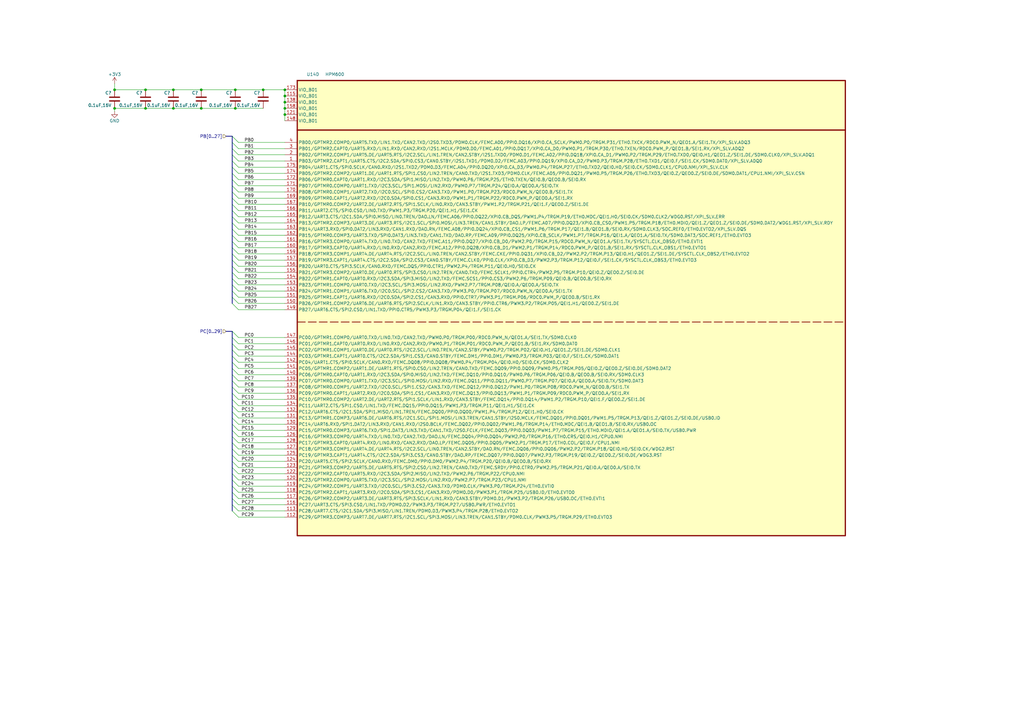
<source format=kicad_sch>
(kicad_sch (version 20230121) (generator eeschema)
  (paper "A3")
  (title_block (title "HPM6P00EVKRevB") (date "2024-10-13") (rev "RevB") (comment 1 "MCU_PB&PC"))
  (junction (at 116.84 44.45))
  (junction (at 116.84 39.37))
  (junction (at 107.95 36.83))
  (junction (at 82.55 36.83))
  (junction (at 59.69 36.83))
  (junction (at 96.52 36.83))
  (junction (at 71.12 36.83))
  (junction (at 46.99 44.45))
  (junction (at 116.84 36.83))
  (junction (at 116.84 41.91))
  (junction (at 116.84 46.99))
  (junction (at 96.52 44.45))
  (junction (at 59.69 44.45))
  (junction (at 82.55 44.45))
  (junction (at 71.12 44.45))
  (junction (at 46.99 36.83))
  (bus_entry (at 95.25 153.67) (size 2.54 2.54))
  (bus_entry (at 95.25 121.92) (size 2.54 2.54))
  (bus_entry (at 95.25 88.9) (size 2.54 2.54))
  (bus_entry (at 95.25 143.51) (size 2.54 2.54))
  (bus_entry (at 95.25 111.76) (size 2.54 2.54))
  (bus_entry (at 95.25 196.85) (size 2.54 2.54))
  (bus_entry (at 95.25 138.43) (size 2.54 2.54))
  (bus_entry (at 95.25 189.23) (size 2.54 2.54))
  (bus_entry (at 95.25 140.97) (size 2.54 2.54))
  (bus_entry (at 95.25 163.83) (size 2.54 2.54))
  (bus_entry (at 95.25 184.15) (size 2.54 2.54))
  (bus_entry (at 95.25 156.21) (size 2.54 2.54))
  (bus_entry (at 95.25 96.52) (size 2.54 2.54))
  (bus_entry (at 95.25 135.89) (size 2.54 2.54))
  (bus_entry (at 95.25 191.77) (size 2.54 2.54))
  (bus_entry (at 95.25 66.04) (size 2.54 2.54))
  (bus_entry (at 95.25 104.14) (size 2.54 2.54))
  (bus_entry (at 95.25 161.29) (size 2.54 2.54))
  (bus_entry (at 95.25 199.39) (size 2.54 2.54))
  (bus_entry (at 95.25 73.66) (size 2.54 2.54))
  (bus_entry (at 95.25 86.36) (size 2.54 2.54))
  (bus_entry (at 95.25 181.61) (size 2.54 2.54))
  (bus_entry (at 95.25 91.44) (size 2.54 2.54))
  (bus_entry (at 95.25 151.13) (size 2.54 2.54))
  (bus_entry (at 95.25 168.91) (size 2.54 2.54))
  (bus_entry (at 95.25 204.47) (size 2.54 2.54))
  (bus_entry (at 95.25 209.55) (size 2.54 2.54))
  (bus_entry (at 95.25 68.58) (size 2.54 2.54))
  (bus_entry (at 95.25 173.99) (size 2.54 2.54))
  (bus_entry (at 95.25 171.45) (size 2.54 2.54))
  (bus_entry (at 95.25 63.5) (size 2.54 2.54))
  (bus_entry (at 95.25 116.84) (size 2.54 2.54))
  (bus_entry (at 95.25 83.82) (size 2.54 2.54))
  (bus_entry (at 95.25 124.46) (size 2.54 2.54))
  (bus_entry (at 95.25 55.88) (size 2.54 2.54))
  (bus_entry (at 95.25 166.37) (size 2.54 2.54))
  (bus_entry (at 95.25 109.22) (size 2.54 2.54))
  (bus_entry (at 95.25 194.31) (size 2.54 2.54))
  (bus_entry (at 95.25 71.12) (size 2.54 2.54))
  (bus_entry (at 95.25 78.74) (size 2.54 2.54))
  (bus_entry (at 95.25 76.2) (size 2.54 2.54))
  (bus_entry (at 95.25 106.68) (size 2.54 2.54))
  (bus_entry (at 95.25 60.96) (size 2.54 2.54))
  (bus_entry (at 95.25 179.07) (size 2.54 2.54))
  (bus_entry (at 95.25 81.28) (size 2.54 2.54))
  (bus_entry (at 95.25 114.3) (size 2.54 2.54))
  (bus_entry (at 95.25 176.53) (size 2.54 2.54))
  (bus_entry (at 95.25 148.59) (size 2.54 2.54))
  (bus_entry (at 95.25 119.38) (size 2.54 2.54))
  (bus_entry (at 95.25 207.01) (size 2.54 2.54))
  (bus_entry (at 95.25 93.98) (size 2.54 2.54))
  (bus_entry (at 95.25 58.42) (size 2.54 2.54))
  (bus_entry (at 95.25 201.93) (size 2.54 2.54))
  (bus_entry (at 95.25 146.05) (size 2.54 2.54))
  (bus_entry (at 95.25 186.69) (size 2.54 2.54))
  (bus_entry (at 95.25 158.75) (size 2.54 2.54))
  (bus_entry (at 95.25 101.6) (size 2.54 2.54))
  (bus_entry (at 95.25 99.06) (size 2.54 2.54))
  (wire (pts (xy 46.99 45.72) (xy 46.99 44.45)))
  (wire (pts (xy 97.79 99.06) (xy 116.84 99.06)))
  (bus (pts (xy 95.25 76.2) (xy 95.25 78.74)))
  (wire (pts (xy 97.79 176.53) (xy 116.84 176.53)))
  (wire (pts (xy 116.84 46.99) (xy 116.84 49.53)))
  (wire (pts (xy 97.79 114.3) (xy 116.84 114.3)))
  (wire (pts (xy 97.79 78.74) (xy 116.84 78.74)))
  (wire (pts (xy 97.79 186.69) (xy 116.84 186.69)))
  (wire (pts (xy 97.79 166.37) (xy 116.84 166.37)))
  (wire (pts (xy 97.79 124.46) (xy 116.84 124.46)))
  (wire (pts (xy 97.79 189.23) (xy 116.84 189.23)))
  (wire (pts (xy 97.79 138.43) (xy 116.84 138.43)))
  (wire (pts (xy 97.79 212.09) (xy 116.84 212.09)))
  (bus (pts (xy 95.25 111.76) (xy 95.25 114.3)))
  (wire (pts (xy 97.79 88.9) (xy 116.84 88.9)))
  (wire (pts (xy 97.79 83.82) (xy 116.84 83.82)))
  (bus (pts (xy 95.25 166.37) (xy 95.25 168.91)))
  (wire (pts (xy 59.69 44.45) (xy 71.12 44.45)))
  (wire (pts (xy 46.99 36.83) (xy 59.69 36.83)))
  (bus (pts (xy 92.71 55.88) (xy 95.25 55.88)))
  (wire (pts (xy 116.84 39.37) (xy 116.84 41.91)))
  (wire (pts (xy 97.79 156.21) (xy 116.84 156.21)))
  (bus (pts (xy 95.25 181.61) (xy 95.25 184.15)))
  (bus (pts (xy 95.25 104.14) (xy 95.25 106.68)))
  (wire (pts (xy 97.79 158.75) (xy 116.84 158.75)))
  (wire (pts (xy 97.79 91.44) (xy 116.84 91.44)))
  (wire (pts (xy 97.79 76.2) (xy 116.84 76.2)))
  (bus (pts (xy 95.25 189.23) (xy 95.25 191.77)))
  (wire (pts (xy 97.79 146.05) (xy 116.84 146.05)))
  (bus (pts (xy 95.25 191.77) (xy 95.25 194.31)))
  (wire (pts (xy 97.79 196.85) (xy 116.84 196.85)))
  (bus (pts (xy 95.25 83.82) (xy 95.25 86.36)))
  (bus (pts (xy 95.25 176.53) (xy 95.25 179.07)))
  (wire (pts (xy 97.79 194.31) (xy 116.84 194.31)))
  (bus (pts (xy 95.25 158.75) (xy 95.25 161.29)))
  (wire (pts (xy 97.79 140.97) (xy 116.84 140.97)))
  (bus (pts (xy 95.25 179.07) (xy 95.25 181.61)))
  (wire (pts (xy 97.79 201.93) (xy 116.84 201.93)))
  (bus (pts (xy 95.25 138.43) (xy 95.25 140.97)))
  (bus (pts (xy 95.25 91.44) (xy 95.25 93.98)))
  (bus (pts (xy 95.25 121.92) (xy 95.25 124.46)))
  (bus (pts (xy 95.25 143.51) (xy 95.25 146.05)))
  (bus (pts (xy 95.25 151.13) (xy 95.25 153.67)))
  (wire (pts (xy 97.79 66.04) (xy 116.84 66.04)))
  (bus (pts (xy 95.25 196.85) (xy 95.25 199.39)))
  (bus (pts (xy 95.25 171.45) (xy 95.25 173.99)))
  (bus (pts (xy 95.25 163.83) (xy 95.25 166.37)))
  (bus (pts (xy 95.25 88.9) (xy 95.25 91.44)))
  (wire (pts (xy 97.79 58.42) (xy 116.84 58.42)))
  (wire (pts (xy 97.79 191.77) (xy 116.84 191.77)))
  (bus (pts (xy 95.25 116.84) (xy 95.25 119.38)))
  (wire (pts (xy 116.84 41.91) (xy 116.84 44.45)))
  (bus (pts (xy 95.25 78.74) (xy 95.25 81.28)))
  (wire (pts (xy 97.79 104.14) (xy 116.84 104.14)))
  (wire (pts (xy 46.99 44.45) (xy 59.69 44.45)))
  (bus (pts (xy 95.25 86.36) (xy 95.25 88.9)))
  (wire (pts (xy 97.79 199.39) (xy 116.84 199.39)))
  (bus (pts (xy 95.25 58.42) (xy 95.25 60.96)))
  (wire (pts (xy 97.79 161.29) (xy 116.84 161.29)))
  (wire (pts (xy 97.79 96.52) (xy 116.84 96.52)))
  (bus (pts (xy 95.25 148.59) (xy 95.25 151.13)))
  (wire (pts (xy 59.69 36.83) (xy 71.12 36.83)))
  (bus (pts (xy 95.25 60.96) (xy 95.25 63.5)))
  (wire (pts (xy 71.12 44.45) (xy 82.55 44.45)))
  (wire (pts (xy 116.84 44.45) (xy 116.84 46.99)))
  (bus (pts (xy 95.25 93.98) (xy 95.25 96.52)))
  (bus (pts (xy 95.25 186.69) (xy 95.25 189.23)))
  (bus (pts (xy 92.71 135.89) (xy 95.25 135.89)))
  (wire (pts (xy 96.52 44.45) (xy 107.95 44.45)))
  (wire (pts (xy 107.95 36.83) (xy 116.84 36.83)))
  (wire (pts (xy 97.79 153.67) (xy 116.84 153.67)))
  (wire (pts (xy 97.79 119.38) (xy 116.84 119.38)))
  (bus (pts (xy 95.25 63.5) (xy 95.25 66.04)))
  (wire (pts (xy 97.79 63.5) (xy 116.84 63.5)))
  (wire (pts (xy 97.79 101.6) (xy 116.84 101.6)))
  (bus (pts (xy 95.25 101.6) (xy 95.25 104.14)))
  (wire (pts (xy 97.79 93.98) (xy 116.84 93.98)))
  (wire (pts (xy 97.79 109.22) (xy 116.84 109.22)))
  (bus (pts (xy 95.25 135.89) (xy 95.25 138.43)))
  (wire (pts (xy 97.79 151.13) (xy 116.84 151.13)))
  (wire (pts (xy 97.79 209.55) (xy 116.84 209.55)))
  (bus (pts (xy 95.25 184.15) (xy 95.25 186.69)))
  (wire (pts (xy 97.79 127) (xy 116.84 127)))
  (bus (pts (xy 95.25 55.88) (xy 95.25 58.42)))
  (wire (pts (xy 97.79 173.99) (xy 116.84 173.99)))
  (wire (pts (xy 97.79 71.12) (xy 116.84 71.12)))
  (bus (pts (xy 95.25 81.28) (xy 95.25 83.82)))
  (wire (pts (xy 97.79 163.83) (xy 116.84 163.83)))
  (wire (pts (xy 97.79 60.96) (xy 116.84 60.96)))
  (wire (pts (xy 97.79 73.66) (xy 116.84 73.66)))
  (wire (pts (xy 116.84 36.83) (xy 116.84 39.37)))
  (wire (pts (xy 97.79 181.61) (xy 116.84 181.61)))
  (wire (pts (xy 96.52 36.83) (xy 107.95 36.83)))
  (bus (pts (xy 95.25 106.68) (xy 95.25 109.22)))
  (wire (pts (xy 97.79 148.59) (xy 116.84 148.59)))
  (wire (pts (xy 97.79 86.36) (xy 116.84 86.36)))
  (bus (pts (xy 95.25 168.91) (xy 95.25 171.45)))
  (bus (pts (xy 95.25 173.99) (xy 95.25 176.53)))
  (bus (pts (xy 95.25 201.93) (xy 95.25 204.47)))
  (bus (pts (xy 95.25 73.66) (xy 95.25 76.2)))
  (bus (pts (xy 95.25 194.31) (xy 95.25 196.85)))
  (bus (pts (xy 95.25 146.05) (xy 95.25 148.59)))
  (wire (pts (xy 97.79 106.68) (xy 116.84 106.68)))
  (wire (pts (xy 97.79 171.45) (xy 116.84 171.45)))
  (wire (pts (xy 71.12 36.83) (xy 82.55 36.83)))
  (wire (pts (xy 97.79 207.01) (xy 116.84 207.01)))
  (bus (pts (xy 95.25 119.38) (xy 95.25 121.92)))
  (wire (pts (xy 46.99 34.29) (xy 46.99 36.83)))
  (bus (pts (xy 95.25 114.3) (xy 95.25 116.84)))
  (wire (pts (xy 97.79 81.28) (xy 116.84 81.28)))
  (bus (pts (xy 95.25 71.12) (xy 95.25 73.66)))
  (wire (pts (xy 82.55 44.45) (xy 96.52 44.45)))
  (wire (pts (xy 97.79 68.58) (xy 116.84 68.58)))
  (wire (pts (xy 97.79 168.91) (xy 116.84 168.91)))
  (bus (pts (xy 95.25 199.39) (xy 95.25 201.93)))
  (wire (pts (xy 97.79 111.76) (xy 116.84 111.76)))
  (bus (pts (xy 95.25 204.47) (xy 95.25 207.01)))
  (wire (pts (xy 97.79 184.15) (xy 116.84 184.15)))
  (wire (pts (xy 97.79 143.51) (xy 116.84 143.51)))
  (bus (pts (xy 95.25 207.01) (xy 95.25 209.55)))
  (bus (pts (xy 95.25 153.67) (xy 95.25 156.21)))
  (bus (pts (xy 95.25 99.06) (xy 95.25 101.6)))
  (bus (pts (xy 95.25 68.58) (xy 95.25 71.12)))
  (bus (pts (xy 95.25 161.29) (xy 95.25 163.83)))
  (bus (pts (xy 95.25 156.21) (xy 95.25 158.75)))
  (bus (pts (xy 95.25 66.04) (xy 95.25 68.58)))
  (bus (pts (xy 95.25 109.22) (xy 95.25 111.76)))
  (wire (pts (xy 97.79 121.92) (xy 116.84 121.92)))
  (wire (pts (xy 97.79 116.84) (xy 116.84 116.84)))
  (bus (pts (xy 95.25 96.52) (xy 95.25 99.06)))
  (wire (pts (xy 82.55 36.83) (xy 96.52 36.83)))
  (bus (pts (xy 95.25 140.97) (xy 95.25 143.51)))
  (wire (pts (xy 97.79 204.47) (xy 116.84 204.47)))
  (wire (pts (xy 97.79 179.07) (xy 116.84 179.07)))
  (label "PB14" (at 105.41 93.98 180))
  (label "PB6" (at 104.14 73.66 180))
  (label "PC16" (at 104.14 179.07 180))
  (label "PB7" (at 104.14 76.2 180))
  (label "PC13" (at 104.14 171.45 180))
  (label "PB0" (at 104.14 58.42 180))
  (label "PC17" (at 104.14 181.61 180))
  (label "PC21" (at 104.14 191.77 180))
  (label "PB10" (at 105.41 83.82 180))
  (label "PB8" (at 104.14 78.74 180))
  (label "PC29" (at 104.14 212.09 180))
  (label "PC10" (at 104.14 163.83 180))
  (label "PC8" (at 104.14 158.75 180))
  (label "PC15" (at 104.14 176.53 180))
  (label "PC18" (at 104.14 184.15 180))
  (label "PC27" (at 104.14 207.01 180))
  (label "PC23" (at 104.14 196.85 180))
  (label "PC3" (at 104.14 146.05 180))
  (label "PB12" (at 105.41 88.9 180))
  (label "PB16" (at 105.41 99.06 180))
  (label "PC6" (at 104.14 153.67 180))
  (label "PB25" (at 105.41 121.92 180))
  (label "PC2" (at 104.14 143.51 180))
  (label "PC12" (at 104.14 168.91 180))
  (label "PC24" (at 104.14 199.39 180))
  (label "PB4" (at 104.14 68.58 180))
  (label "PC11" (at 104.14 166.37 180))
  (label "PB24" (at 105.41 119.38 180))
  (label "PC22" (at 104.14 194.31 180))
  (label "PC20" (at 104.14 189.23 180))
  (label "PC19" (at 104.14 186.69 180))
  (label "PB3" (at 104.14 66.04 180))
  (label "PB20" (at 105.41 109.22 180))
  (label "PB9" (at 104.14 81.28 180))
  (label "PB19" (at 105.41 106.68 180))
  (label "PC7" (at 104.14 156.21 180))
  (label "PB1" (at 104.14 60.96 180))
  (label "PB17" (at 105.41 101.6 180))
  (label "PB11" (at 105.41 86.36 180))
  (label "PC4" (at 104.14 148.59 180))
  (label "PC1" (at 104.14 140.97 180))
  (label "PB5" (at 104.14 71.12 180))
  (label "PB18" (at 105.41 104.14 180))
  (label "PB15" (at 105.41 96.52 180))
  (label "PB26" (at 105.41 124.46 180))
  (label "PB23" (at 105.41 116.84 180))
  (label "PB22" (at 105.41 114.3 180))
  (label "PC28" (at 104.14 209.55 180))
  (label "PC5" (at 104.14 151.13 180))
  (label "PC26" (at 104.14 204.47 180))
  (label "PC25" (at 104.14 201.93 180))
  (label "PB2" (at 104.14 63.5 180))
  (label "PC14" (at 104.14 173.99 180))
  (label "PB21" (at 105.41 111.76 180))
  (label "PC9" (at 104.14 161.29 180))
  (label "PB13" (at 105.41 91.44 180))
  (label "PC0" (at 104.14 138.43 180))
  (label "PB27" (at 105.41 127 180))
  (hierarchical_label "PB[0..27]" (shape input) (at 92.71 55.88 180))
  (hierarchical_label "PC[0..29]" (shape input) (at 92.71 135.89 180))
  (symbol (lib_id "03_HPM_Capacitance:0.1uF,16V_0402") (at 107.95 40.64 0) (mirror y) (unit 1)
    (property "Reference" "C?" (at 106.68 38.1 0) (effects (justify left)))
    (property "Value" "0.1uF,16V" (at 106.68 43.18 0) (effects (justify left)))
    (property "Footprint" "03_HPM_Capacitance:C_0402_1005Metric" (effects hide))
    (property "Model" "CL05B104KO5NNNC" (effects hide))
    (property "Company" "SAMSUNG(三星)" (effects hide))
    (instances (project "HPM5300-USB-OSC" (path "" (reference "C?") (unit 1))) (project "HPM6E00 SKT Board BGA289_BDIF REVA" (path "" (reference "C?") (unit 1)) (path "" (reference "C?") (unit 1)) (path "" (reference "C?") (unit 1))) (project "HPM600ADCEVKRevB" (path "" (reference "C?") (unit 1)) (path "" (reference "C59") (unit 1))) (project "HPM5300 SKT Board LQFP100 REVA" (path "" (reference "C?") (unit 1))))
  )
  (symbol (lib_id "03_HPM_Capacitance:0.1uF,16V_0402") (at 82.55 40.64 0) (mirror y) (unit 1)
    (property "Reference" "C?" (at 81.28 38.1 0) (effects (justify left)))
    (property "Value" "0.1uF,16V" (at 81.28 43.18 0) (effects (justify left)))
    (property "Footprint" "03_HPM_Capacitance:C_0402_1005Metric" (effects hide))
    (property "Model" "CL05B104KO5NNNC" (effects hide))
    (property "Company" "SAMSUNG(三星)" (effects hide))
    (instances (project "HPM5300-USB-OSC" (path "" (reference "C?") (unit 1))) (project "HPM6E00 SKT Board BGA289_BDIF REVA" (path "" (reference "C?") (unit 1)) (path "" (reference "C?") (unit 1)) (path "" (reference "C?") (unit 1))) (project "HPM600ADCEVKRevB" (path "" (reference "C?") (unit 1)) (path "" (reference "C52") (unit 1))) (project "HPM5300 SKT Board LQFP100 REVA" (path "" (reference "C?") (unit 1))))
  )
  (symbol (lib_id "00_HPM600_Library:HPM600") (at 121.92 33.02 0) (unit 4)
    (property "Reference" "U14" (at 125.73 30.48 0) (effects (justify left)))
    (property "Value" "HPM600" (at 133.35 30.48 0) (effects (justify left)))
    (property "Footprint" "00_HPM_Library:LQFP-176_20x20_Pitch0.4mm" (effects hide))
    (instances (project "HPM600ADCEVKRevB" (path "" (reference "U14") (unit 4)) (path "" (reference "U9") (unit 4))))
  )
  (symbol (lib_id "03_HPM_Capacitance:0.1uF,16V_0402") (at 71.12 40.64 0) (mirror y) (unit 1)
    (property "Reference" "C?" (at 69.85 38.1 0) (effects (justify left)))
    (property "Value" "0.1uF,16V" (at 69.85 43.18 0) (effects (justify left)))
    (property "Footprint" "03_HPM_Capacitance:C_0402_1005Metric" (effects hide))
    (property "Model" "CL05B104KO5NNNC" (effects hide))
    (property "Company" "SAMSUNG(三星)" (effects hide))
    (instances (project "HPM5300-USB-OSC" (path "" (reference "C?") (unit 1))) (project "HPM6E00 SKT Board BGA289_BDIF REVA" (path "" (reference "C?") (unit 1)) (path "" (reference "C?") (unit 1)) (path "" (reference "C?") (unit 1))) (project "HPM600ADCEVKRevB" (path "" (reference "C?") (unit 1)) (path "" (reference "C51") (unit 1))) (project "HPM5300 SKT Board LQFP100 REVA" (path "" (reference "C?") (unit 1))))
  )
  (symbol (lib_id "03_HPM_Capacitance:0.1uF,16V_0402") (at 59.69 40.64 0) (mirror y) (unit 1)
    (property "Reference" "C?" (at 58.42 38.1 0) (effects (justify left)))
    (property "Value" "0.1uF,16V" (at 58.42 43.18 0) (effects (justify left)))
    (property "Footprint" "03_HPM_Capacitance:C_0402_1005Metric" (effects hide))
    (property "Model" "CL05B104KO5NNNC" (effects hide))
    (property "Company" "SAMSUNG(三星)" (effects hide))
    (instances (project "HPM5300-USB-OSC" (path "" (reference "C?") (unit 1))) (project "HPM6E00 SKT Board BGA289_BDIF REVA" (path "" (reference "C?") (unit 1)) (path "" (reference "C?") (unit 1)) (path "" (reference "C?") (unit 1))) (project "HPM600ADCEVKRevB" (path "" (reference "C?") (unit 1)) (path "" (reference "C44") (unit 1))) (project "HPM5300 SKT Board LQFP100 REVA" (path "" (reference "C?") (unit 1))))
  )
  (symbol (lib_id "00_HPM_power:+3.3V") (at 46.99 34.29 0) (unit 1)
    (property "Reference" "#PWR?" (effects hide))
    (property "Value" "+3.3V" (at 46.99 30.48 0))
    (instances (project "HPM6E00-PA00-PA31-JTAG-BOOT-LED-KEY" (path "" (reference "#PWR?") (unit 1))) (project "HPM6E00 SKT Board BGA289_BDIF REVA" (path "" (reference "#PWR?") (unit 1))) (project "HPM5300-CON-JTAG" (path "" (reference "#PWR?") (unit 1))) (project "HPM600ADCEVKRevB" (path "" (reference "#PWR?") (unit 1)) (path "" (reference "#PWR034") (unit 1)) (path "" (reference "#PWR034") (unit 1))) (project "HPM5300 SKT Board LQFP100 REVA" (path "" (reference "#PWR?") (unit 1))))
  )
  (symbol (lib_id "00_HPM_power:GND") (at 46.99 45.72 0) (mirror y) (unit 1)
    (property "Reference" "#PWR?" (effects hide))
    (property "Value" "GND" (at 49.022 49.53 0) (effects (justify left)))
    (instances (project "HPM6E00 SKT Board BGA289_BDIF REVA" (path "" (reference "#PWR?") (unit 1)) (path "" (reference "#PWR?") (unit 1))) (project "HPM5300-CON-JTAG" (path "" (reference "#PWR?") (unit 1))) (project "HPM600ADCEVKRevB" (path "" (reference "#PWR?") (unit 1)) (path "" (reference "#PWR027") (unit 1))) (project "HPM5300 SKT Board LQFP100 REVA" (path "" (reference "#PWR?") (unit 1))))
  )
  (symbol (lib_id "03_HPM_Capacitance:0.1uF,16V_0402") (at 96.52 40.64 0) (mirror y) (unit 1)
    (property "Reference" "C?" (at 95.25 38.1 0) (effects (justify left)))
    (property "Value" "0.1uF,16V" (at 95.25 43.18 0) (effects (justify left)))
    (property "Footprint" "03_HPM_Capacitance:C_0402_1005Metric" (effects hide))
    (property "Model" "CL05B104KO5NNNC" (effects hide))
    (property "Company" "SAMSUNG(三星)" (effects hide))
    (instances (project "HPM5300-USB-OSC" (path "" (reference "C?") (unit 1))) (project "HPM6E00 SKT Board BGA289_BDIF REVA" (path "" (reference "C?") (unit 1)) (path "" (reference "C?") (unit 1)) (path "" (reference "C?") (unit 1))) (project "HPM600ADCEVKRevB" (path "" (reference "C?") (unit 1)) (path "" (reference "C53") (unit 1))) (project "HPM5300 SKT Board LQFP100 REVA" (path "" (reference "C?") (unit 1))))
  )
  (symbol (lib_id "03_HPM_Capacitance:0.1uF,16V_0402") (at 46.99 40.64 0) (mirror y) (unit 1)
    (property "Reference" "C?" (at 45.72 38.1 0) (effects (justify left)))
    (property "Value" "0.1uF,16V" (at 45.72 43.18 0) (effects (justify left)))
    (property "Footprint" "03_HPM_Capacitance:C_0402_1005Metric" (effects hide))
    (property "Model" "CL05B104KO5NNNC" (effects hide))
    (property "Company" "SAMSUNG(三星)" (effects hide))
    (instances (project "HPM5300-USB-OSC" (path "" (reference "C?") (unit 1))) (project "HPM6E00 SKT Board BGA289_BDIF REVA" (path "" (reference "C?") (unit 1)) (path "" (reference "C?") (unit 1)) (path "" (reference "C?") (unit 1))) (project "HPM600ADCEVKRevB" (path "" (reference "C?") (unit 1)) (path "" (reference "C60") (unit 1))) (project "HPM5300 SKT Board LQFP100 REVA" (path "" (reference "C?") (unit 1))))
  )
)
</source>
